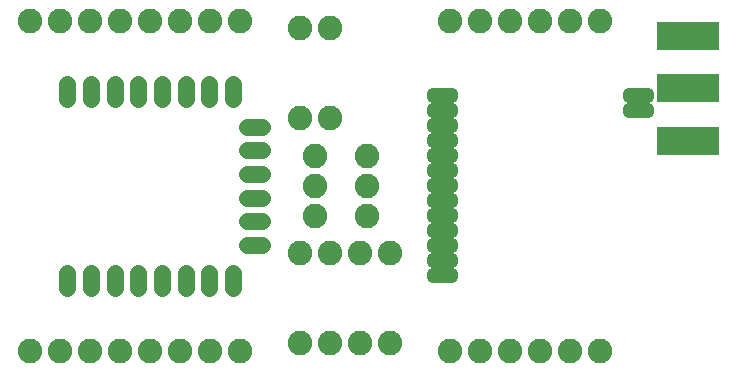
<source format=gts>
G75*
%MOIN*%
%OFA0B0*%
%FSLAX25Y25*%
%IPPOS*%
%LPD*%
%AMOC8*
5,1,8,0,0,1.08239X$1,22.5*
%
%ADD10R,0.20800X0.09800*%
%ADD11C,0.05800*%
%ADD12C,0.03553*%
%ADD13C,0.08200*%
D10*
X0321113Y0130433D03*
X0321113Y0147833D03*
X0321113Y0165233D03*
D11*
X0178833Y0135018D02*
X0173833Y0135018D01*
X0173833Y0127144D02*
X0178833Y0127144D01*
X0178833Y0119270D02*
X0173833Y0119270D01*
X0173833Y0111396D02*
X0178833Y0111396D01*
X0178833Y0103522D02*
X0173833Y0103522D01*
X0173833Y0095648D02*
X0178833Y0095648D01*
X0169246Y0086337D02*
X0169246Y0081337D01*
X0161372Y0081337D02*
X0161372Y0086337D01*
X0153498Y0086337D02*
X0153498Y0081337D01*
X0145624Y0081337D02*
X0145624Y0086337D01*
X0137750Y0086337D02*
X0137750Y0081337D01*
X0129876Y0081337D02*
X0129876Y0086337D01*
X0122002Y0086337D02*
X0122002Y0081337D01*
X0114128Y0081337D02*
X0114128Y0086337D01*
X0114128Y0144329D02*
X0114128Y0149329D01*
X0122002Y0149329D02*
X0122002Y0144329D01*
X0129876Y0144329D02*
X0129876Y0149329D01*
X0137750Y0149329D02*
X0137750Y0144329D01*
X0145624Y0144329D02*
X0145624Y0149329D01*
X0153498Y0149329D02*
X0153498Y0144329D01*
X0161372Y0144329D02*
X0161372Y0149329D01*
X0169246Y0149329D02*
X0169246Y0144329D01*
D12*
X0235563Y0145056D02*
X0242259Y0145056D01*
X0235563Y0145056D02*
X0235563Y0146240D01*
X0242259Y0146240D01*
X0242259Y0145056D01*
X0242259Y0140056D02*
X0235563Y0140056D01*
X0235563Y0141240D01*
X0242259Y0141240D01*
X0242259Y0140056D01*
X0242259Y0135056D02*
X0235563Y0135056D01*
X0235563Y0136240D01*
X0242259Y0136240D01*
X0242259Y0135056D01*
X0242259Y0130056D02*
X0235563Y0130056D01*
X0235563Y0131240D01*
X0242259Y0131240D01*
X0242259Y0130056D01*
X0242259Y0125056D02*
X0235563Y0125056D01*
X0235563Y0126240D01*
X0242259Y0126240D01*
X0242259Y0125056D01*
X0242259Y0120056D02*
X0235563Y0120056D01*
X0235563Y0121240D01*
X0242259Y0121240D01*
X0242259Y0120056D01*
X0242259Y0115056D02*
X0235563Y0115056D01*
X0235563Y0116240D01*
X0242259Y0116240D01*
X0242259Y0115056D01*
X0242259Y0110056D02*
X0235563Y0110056D01*
X0235563Y0111240D01*
X0242259Y0111240D01*
X0242259Y0110056D01*
X0242259Y0105056D02*
X0235563Y0105056D01*
X0235563Y0106240D01*
X0242259Y0106240D01*
X0242259Y0105056D01*
X0242259Y0100056D02*
X0235563Y0100056D01*
X0235563Y0101240D01*
X0242259Y0101240D01*
X0242259Y0100056D01*
X0242259Y0095056D02*
X0235563Y0095056D01*
X0235563Y0096240D01*
X0242259Y0096240D01*
X0242259Y0095056D01*
X0242259Y0090056D02*
X0235563Y0090056D01*
X0235563Y0091240D01*
X0242259Y0091240D01*
X0242259Y0090056D01*
X0242259Y0085056D02*
X0235563Y0085056D01*
X0235563Y0086240D01*
X0242259Y0086240D01*
X0242259Y0085056D01*
X0300918Y0140056D02*
X0307614Y0140056D01*
X0300918Y0140056D02*
X0300918Y0141240D01*
X0307614Y0141240D01*
X0307614Y0140056D01*
X0307614Y0145056D02*
X0300918Y0145056D01*
X0300918Y0146240D01*
X0307614Y0146240D01*
X0307614Y0145056D01*
D13*
X0101588Y0060333D03*
X0111588Y0060333D03*
X0121588Y0060333D03*
X0131588Y0060333D03*
X0141588Y0060333D03*
X0151588Y0060333D03*
X0161588Y0060333D03*
X0171588Y0060333D03*
X0191588Y0062833D03*
X0201588Y0062833D03*
X0211588Y0062833D03*
X0221588Y0062833D03*
X0241588Y0060333D03*
X0251588Y0060333D03*
X0261588Y0060333D03*
X0271588Y0060333D03*
X0281588Y0060333D03*
X0291588Y0060333D03*
X0221588Y0092833D03*
X0211588Y0092833D03*
X0201588Y0092833D03*
X0191588Y0092833D03*
X0196588Y0105333D03*
X0214088Y0105333D03*
X0214088Y0115333D03*
X0196588Y0115333D03*
X0196588Y0125333D03*
X0214088Y0125333D03*
X0201588Y0137833D03*
X0191588Y0137833D03*
X0191588Y0167833D03*
X0201588Y0167833D03*
X0171588Y0170333D03*
X0161588Y0170333D03*
X0151588Y0170333D03*
X0141588Y0170333D03*
X0131588Y0170333D03*
X0121588Y0170333D03*
X0111588Y0170333D03*
X0101588Y0170333D03*
X0241588Y0170333D03*
X0251588Y0170333D03*
X0261588Y0170333D03*
X0271588Y0170333D03*
X0281588Y0170333D03*
X0291588Y0170333D03*
M02*

</source>
